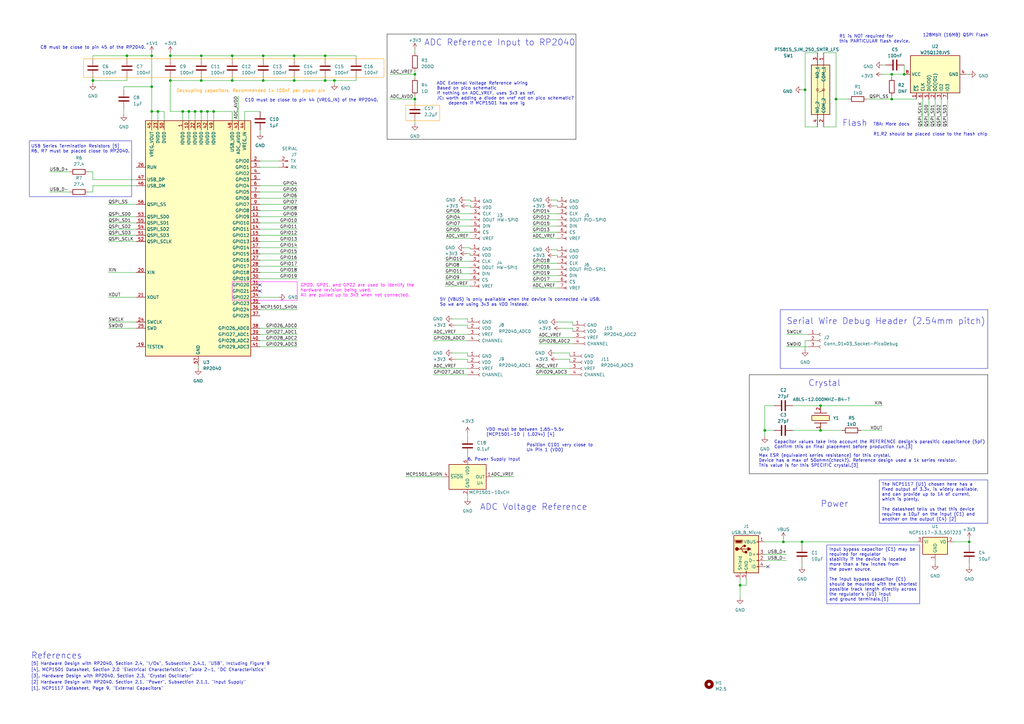
<source format=kicad_sch>
(kicad_sch (version 20230121) (generator eeschema)
  (paper "A3")
  (lib_symbols
    (symbol "ABLS-12.000MHZ-B4-T:ABLS-12.000MHZ-B4-T" (pin_names hide)
      (property "Reference" "Y" (at 8.89 6.35 0))
      (property "Value" "ABLS-12.000MHZ-B4-T" (at 8.89 3.81 0))
      (symbol "ABLS-12.000MHZ-B4-T_1_1"
        (pin passive line (at 0 0 0) (length 2.54) (name "1") (number "1"))
        (pin passive line (at 10.16 0 180) (length 2.54) (name "2") (number "2"))
      )
    )
    (symbol "Connector:Conn_01x03_Socket" (pin_names (offset 1.016) hide)
      (property "Reference" "J" (at 0 5.08 0))
      (property "Value" "Conn_01x03_Socket" (at 0 -5.08 0))
      (symbol "Conn_01x03_Socket_1_1"
        (pin passive line (at -5.08 2.54 0) (length 3.81) (name "Pin_1") (number "1"))
        (pin passive line (at -5.08 0 0) (length 3.81) (name "Pin_2") (number "2"))
        (pin passive line (at -5.08 -2.54 0) (length 3.81) (name "Pin_3") (number "3"))
      )
    )
    (symbol "Connector:USB_B_Micro" (pin_names (offset 1.016))
      (property "Reference" "J" (at -5.08 11.43 0))
      (property "Value" "USB_B_Micro" (at -5.08 8.89 0))
      (symbol "USB_B_Micro_1_1"
        (pin power_out line (at 7.62 5.08 180) (length 2.54) (name "VBUS") (number "1"))
        (pin bidirectional line (at 7.62 -2.54 180) (length 2.54) (name "D-") (number "2"))
        (pin bidirectional line (at 7.62 0 180) (length 2.54) (name "D+") (number "3"))
        (pin passive line (at 7.62 -5.08 180) (length 2.54) (name "ID") (number "4"))
        (pin power_out line (at 0 -10.16 90) (length 2.54) (name "GND") (number "5"))
        (pin passive line (at -2.54 -10.16 90) (length 2.54) (name "Shield") (number "6"))
      )
    )
    (symbol "Device:C" (pin_numbers hide) (pin_names (offset 0.254))
      (property "Reference" "C" (at 0.635 2.54 0))
      (property "Value" "C" (at 0.635 -2.54 0))
      (symbol "C_1_1"
        (pin passive line (at 0 3.81 270) (length 2.794) (name "~") (number "1"))
        (pin passive line (at 0 -3.81 90) (length 2.794) (name "~") (number "2"))
      )
    )
    (symbol "Device:R" (pin_numbers hide) (pin_names (offset 0))
      (property "Reference" "R" (at 2.032 0 90))
      (property "Value" "R" (at 0 0 90))
      (symbol "R_1_1"
        (pin passive line (at 0 3.81 270) (length 1.27) (name "~") (number "1"))
        (pin passive line (at 0 -3.81 90) (length 1.27) (name "~") (number "2"))
      )
    )
    (symbol "Genoswitch_Custom:GS_ADC_Channel_Socket" (pin_names (offset 2.016))
      (property "Reference" "J" (at 0 5.08 0))
      (property "Value" "Conn_01x04_Socket" (at 0 -7.62 0))
      (symbol "GS_ADC_Channel_Socket_1_1"
        (pin passive line (at -5.08 2.54 0) (length 3.81) (name "GND") (number "1"))
        (pin passive line (at -5.08 0 0) (length 3.81) (name "VDD") (number "2"))
        (pin passive line (at -5.08 -2.54 0) (length 3.81) (name "VREF") (number "3"))
        (pin passive line (at -5.08 -5.08 0) (length 3.81) (name "CHANNEL") (number "4"))
      )
    )
    (symbol "Genoswitch_Custom:GS_ADC_Socket" (pin_names (offset 1.016))
      (property "Reference" "J3" (at 8.89 5.08 0))
      (property "Value" "GS_ADC_Socket" (at 8.89 7.62 0))
      (symbol "GS_ADC_Socket_1_1"
        (pin passive line (at -3.81 7.62 0) (length 3.81) (name "GND") (number "1"))
        (pin passive line (at -3.81 5.08 0) (length 3.81) (name "VDD") (number "2"))
        (pin passive line (at -3.81 2.54 0) (length 3.81) (name "CLK") (number "3"))
        (pin passive line (at -3.81 0 0) (length 3.81) (name "DOUT") (number "4"))
        (pin passive line (at -3.81 -2.54 0) (length 3.81) (name "DIN") (number "5"))
        (pin passive line (at -3.81 -5.08 0) (length 3.81) (name "CS") (number "6"))
        (pin passive line (at -3.81 -7.62 0) (length 3.81) (name "VREF") (number "7"))
      )
    )
    (symbol "Genoswitch_Custom:Serial_THT" (pin_names (offset 1.016))
      (property "Reference" "J7" (at -1.27 5.08 0))
      (property "Value" "SERIAL" (at 2.54 2.54 0))
      (symbol "Serial_THT_1_1"
        (pin passive line (at 3.81 0 180) (length 3.81) (name "RX") (number "1"))
        (pin passive line (at 3.81 -2.54 180) (length 3.81) (name "TX") (number "2"))
      )
    )
    (symbol "MCU_RaspberryPi_Custom:RP2040"
      (property "Reference" "U" (at 0 11.43 0))
      (property "Value" "RP2040" (at 0 8.89 0))
      (symbol "RP2040_1_1"
        (pin power_in line (at -6.35 54.61 270) (length 3.81) (name "IOVDD") (number "1"))
        (pin power_in line (at -3.81 54.61 270) (length 3.81) (name "IOVDD") (number "10"))
        (pin bidirectional line (at 25.4 17.78 180) (length 3.81) (name "GPIO8") (number "11"))
        (pin bidirectional line (at 25.4 15.24 180) (length 3.81) (name "GPIO9") (number "12"))
        (pin bidirectional line (at 25.4 12.7 180) (length 3.81) (name "GPIO10") (number "13"))
        (pin bidirectional line (at 25.4 10.16 180) (length 3.81) (name "GPIO11") (number "14"))
        (pin bidirectional line (at 25.4 7.62 180) (length 3.81) (name "GPIO12") (number "15"))
        (pin bidirectional line (at 25.4 5.08 180) (length 3.81) (name "GPIO13") (number "16"))
        (pin bidirectional line (at 25.4 2.54 180) (length 3.81) (name "GPIO14") (number "17"))
        (pin bidirectional line (at 25.4 0 180) (length 3.81) (name "GPIO15") (number "18"))
        (pin input line (at -25.4 -38.1 0) (length 3.81) (name "TESTEN") (number "19"))
        (pin bidirectional line (at 25.4 38.1 180) (length 3.81) (name "GPIO0") (number "2"))
        (pin input line (at -25.4 -7.62 0) (length 3.81) (name "XIN") (number "20"))
        (pin passive line (at -25.4 -17.78 0) (length 3.81) (name "XOUT") (number "21"))
        (pin power_in line (at -1.27 54.61 270) (length 3.81) (name "IOVDD") (number "22"))
        (pin power_in line (at -16.51 54.61 270) (length 3.81) (name "DVDD") (number "23"))
        (pin input line (at -25.4 -27.94 0) (length 3.81) (name "SWCLK") (number "24"))
        (pin bidirectional line (at -25.4 -30.48 0) (length 3.81) (name "SWD") (number "25"))
        (pin input line (at -25.4 35.56 0) (length 3.81) (name "RUN") (number "26"))
        (pin bidirectional line (at 25.4 -2.54 180) (length 3.81) (name "GPIO16") (number "27"))
        (pin bidirectional line (at 25.4 -5.08 180) (length 3.81) (name "GPIO17") (number "28"))
        (pin bidirectional line (at 25.4 -7.62 180) (length 3.81) (name "GPIO18") (number "29"))
        (pin bidirectional line (at 25.4 35.56 180) (length 3.81) (name "GPIO1") (number "3"))
        (pin bidirectional line (at 25.4 -10.16 180) (length 3.81) (name "GPIO19") (number "30"))
        (pin bidirectional line (at 25.4 -12.7 180) (length 3.81) (name "GPIO20") (number "31"))
        (pin bidirectional line (at 25.4 -15.24 180) (length 3.81) (name "GPIO21") (number "32"))
        (pin power_in line (at 1.27 54.61 270) (length 3.81) (name "IOVDD") (number "33"))
        (pin bidirectional line (at 25.4 -17.78 180) (length 3.81) (name "GPIO22") (number "34"))
        (pin bidirectional line (at 25.4 -20.32 180) (length 3.81) (name "GPIO23") (number "35"))
        (pin bidirectional line (at 25.4 -22.86 180) (length 3.81) (name "GPIO24") (number "36"))
        (pin bidirectional line (at 25.4 -25.4 180) (length 3.81) (name "GPIO25") (number "37"))
        (pin bidirectional line (at 25.4 -30.48 180) (length 3.81) (name "GPIO26_ADC0") (number "38"))
        (pin bidirectional line (at 25.4 -33.02 180) (length 3.81) (name "GPIO27_ADC1") (number "39"))
        (pin bidirectional line (at 25.4 33.02 180) (length 3.81) (name "GPIO2") (number "4"))
        (pin bidirectional line (at 25.4 -35.56 180) (length 3.81) (name "GPIO28_ADC2") (number "40"))
        (pin bidirectional line (at 25.4 -38.1 180) (length 3.81) (name "GPIO29_ADC3") (number "41"))
        (pin power_in line (at 3.81 54.61 270) (length 3.81) (name "IOVDD") (number "42"))
        (pin power_in line (at 16.51 54.61 270) (length 3.81) (name "ADC_AVDD") (number "43"))
        (pin power_in line (at 19.05 54.61 270) (length 3.81) (name "VREG_IN") (number "44"))
        (pin power_out line (at -19.05 54.61 270) (length 3.81) (name "VREG_VOUT") (number "45"))
        (pin bidirectional line (at -25.4 27.94 0) (length 3.81) (name "USB_DM") (number "46"))
        (pin bidirectional line (at -25.4 30.48 0) (length 3.81) (name "USB_DP") (number "47"))
        (pin power_in line (at 13.97 54.61 270) (length 3.81) (name "USB_VDD") (number "48"))
        (pin power_in line (at 6.35 54.61 270) (length 3.81) (name "IOVDD") (number "49"))
        (pin bidirectional line (at 25.4 30.48 180) (length 3.81) (name "GPIO3") (number "5"))
        (pin power_in line (at -13.97 54.61 270) (length 3.81) (name "DVDD") (number "50"))
        (pin bidirectional line (at -25.4 7.62 0) (length 3.81) (name "QSPI_SD3") (number "51"))
        (pin output line (at -25.4 5.08 0) (length 3.81) (name "QSPI_SCLK") (number "52"))
        (pin bidirectional line (at -25.4 15.24 0) (length 3.81) (name "QSPI_SD0") (number "53"))
        (pin bidirectional line (at -25.4 10.16 0) (length 3.81) (name "QSPI_SD2") (number "54"))
        (pin bidirectional line (at -25.4 12.7 0) (length 3.81) (name "QSPI_SD1") (number "55"))
        (pin bidirectional line (at -25.4 20.32 0) (length 3.81) (name "QSPI_SS") (number "56"))
        (pin power_in line (at 0 -45.72 90) (length 3.81) (name "GND") (number "57"))
        (pin bidirectional line (at 25.4 27.94 180) (length 3.81) (name "GPIO4") (number "6"))
        (pin bidirectional line (at 25.4 25.4 180) (length 3.81) (name "GPIO5") (number "7"))
        (pin bidirectional line (at 25.4 22.86 180) (length 3.81) (name "GPIO6") (number "8"))
        (pin bidirectional line (at 25.4 20.32 180) (length 3.81) (name "GPIO7") (number "9"))
      )
    )
    (symbol "Mechanical:MountingHole" (pin_names (offset 1.016))
      (property "Reference" "H" (at 0 5.08 0))
      (property "Value" "MountingHole" (at 0 3.175 0))
    )
    (symbol "Memory_Flash:W25Q128JVS"
      (property "Reference" "U" (at -8.89 8.89 0))
      (property "Value" "W25Q128JVS" (at 7.62 8.89 0))
      (symbol "W25Q128JVS_1_1"
        (pin input line (at -10.16 7.62 0) (length 2.54) (name "~{CS}") (number "1"))
        (pin bidirectional line (at -10.16 0 0) (length 2.54) (name "DO(IO1)") (number "2"))
        (pin bidirectional line (at -10.16 -2.54 0) (length 2.54) (name "IO2") (number "3"))
        (pin power_in line (at 0 -12.7 90) (length 2.54) (name "GND") (number "4"))
        (pin bidirectional line (at -10.16 2.54 0) (length 2.54) (name "DI(IO0)") (number "5"))
        (pin input line (at -10.16 5.08 0) (length 2.54) (name "CLK") (number "6"))
        (pin bidirectional line (at -10.16 -5.08 0) (length 2.54) (name "IO3") (number "7"))
        (pin power_in line (at 0 12.7 270) (length 2.54) (name "VCC") (number "8"))
      )
    )
    (symbol "PTS815_SJM_250_SMTR_LFS:PTS815_SJM_250_SMTR_LFS"
      (property "Reference" "SW1" (at 15.24 7.62 0))
      (property "Value" "PTS815_SJM_250_SMTR_LFS" (at 15.24 5.08 0))
      (symbol "PTS815_SJM_250_SMTR_LFS_0_0"
        (text "" (at -3.81 7.62 0) (effects (font (size 1.27 1.27))))
      )
      (symbol "PTS815_SJM_250_SMTR_LFS_1_1"
        (pin passive line (at 0 0 0) (length 5.08) (name "COM_1") (number "1"))
        (pin passive line (at 30.48 0 180) (length 5.08) (name "COM_2") (number "2"))
        (pin passive line (at 0 -2.54 0) (length 5.08) (name "NO_1") (number "3"))
        (pin passive line (at 30.48 -2.54 180) (length 5.08) (name "NO_2") (number "4"))
      )
    )
    (symbol "Reference_Voltage:MCP1501-10xCH"
      (property "Reference" "U" (at -6.35 6.35 0))
      (property "Value" "MCP1501-10xCH" (at 10.16 6.35 0))
      (symbol "MCP1501-10xCH_0_0"
        (pin power_out line (at 10.16 0 180) (length 2.54) (name "OUT") (number "1"))
        (pin power_in line (at 0 -7.62 90) (length 2.54) (name "GND") (number "2"))
        (pin passive line (at 0 -7.62 90) (length 2.54) hide (name "GND") (number "3"))
        (pin input line (at -10.16 0 0) (length 2.54) (name "~{SHDN}") (number "4"))
        (pin passive line (at 0 -7.62 90) (length 2.54) hide (name "GND") (number "5"))
        (pin power_in line (at 0 7.62 270) (length 2.54) (name "VDD") (number "6"))
      )
    )
    (symbol "Regulator_Linear:NCP1117-3.3_SOT223"
      (property "Reference" "U" (at -3.81 3.175 0))
      (property "Value" "NCP1117-3.3_SOT223" (at 0 3.175 0))
      (symbol "NCP1117-3.3_SOT223_1_1"
        (pin power_in line (at 0 -7.62 90) (length 2.54) (name "GND") (number "1"))
        (pin power_out line (at 7.62 0 180) (length 2.54) (name "VO") (number "2"))
        (pin power_in line (at -7.62 0 0) (length 2.54) (name "VI") (number "3"))
      )
    )
    (symbol "power:+1V1" (power) (pin_names (offset 0))
      (property "Value" "+1V1" (at 0 3.556 0))
      (symbol "+1V1_1_1"
        (pin power_in line (at 0 0 90) (length 0) hide (name "+1V1") (number "1"))
      )
    )
    (symbol "power:+3V3" (power) (pin_names (offset 0))
      (property "Value" "+3V3" (at 0 3.556 0))
      (symbol "+3V3_1_1"
        (pin power_in line (at 0 0 90) (length 0) hide (name "+3V3") (number "1"))
      )
    )
    (symbol "power:GND" (power) (pin_names (offset 0))
      (property "Value" "GND" (at 0 -3.81 0))
      (symbol "GND_1_1"
        (pin power_in line (at 0 0 270) (length 0) hide (name "GND") (number "1"))
      )
    )
    (symbol "power:VBUS" (power) (pin_names (offset 0))
      (property "Value" "VBUS" (at 0 3.81 0))
      (symbol "VBUS_1_1"
        (pin power_in line (at 0 0 90) (length 0) hide (name "VBUS") (number "1"))
      )
    )
  )
  (junction (at 62.23 35.56))
  (junction (at 62.23 45.72))
  (junction (at 365.76 30.48))
  (junction (at 62.23 22.86))
  (junction (at 95.25 33.02))
  (junction (at 85.09 45.72))
  (junction (at 170.18 30.48))
  (junction (at 82.55 22.86))
  (junction (at 95.25 22.86))
  (junction (at 137.16 33.02))
  (junction (at 77.47 45.72))
  (junction (at 74.93 45.72))
  (junction (at 133.35 33.02))
  (junction (at 80.01 45.72))
  (junction (at 330.2 36.83))
  (junction (at 313.69 176.53))
  (junction (at 52.07 22.86))
  (junction (at 170.18 40.64))
  (junction (at 87.63 45.72))
  (junction (at 38.1 33.02))
  (junction (at 328.93 222.25))
  (junction (at 336.55 166.37))
  (junction (at 82.55 45.72))
  (junction (at 303.53 240.03))
  (junction (at 336.55 176.53))
  (junction (at 69.85 33.02))
  (junction (at 107.95 33.02))
  (junction (at 120.65 33.02))
  (junction (at 370.84 30.48))
  (junction (at 342.9 40.64))
  (junction (at 365.76 40.64))
  (junction (at 64.77 45.72))
  (junction (at 321.31 222.25))
  (junction (at 82.55 33.02))
  (junction (at 69.85 22.86))
  (junction (at 120.65 22.86))
  (junction (at 133.35 22.86))
  (junction (at 107.95 22.86))
  (junction (at 397.51 222.25))
  (no_connect (at 314.96 232.41))
  (no_connect (at 106.68 119.38))
  (no_connect (at 106.68 116.84))
  (wire (pts (xy 227.33 104.775) (xy 228.6 104.775)))
  (wire (pts (xy 106.68 101.6) (xy 121.92 101.6)))
  (wire (pts (xy 381 40.64) (xy 381 52.07)))
  (wire (pts (xy 303.53 240.03) (xy 303.53 237.49)))
  (wire (pts (xy 106.68 99.06) (xy 121.92 99.06)))
  (wire (pts (xy 69.85 33.02) (xy 82.55 33.02)))
  (wire (pts (xy 146.05 33.02) (xy 137.16 33.02)))
  (wire (pts (xy 191.516 104.013) (xy 192.786 104.013)))
  (wire (pts (xy 106.68 114.3) (xy 121.92 114.3)))
  (wire (pts (xy 87.63 45.72) (xy 95.25 45.72)))
  (wire (pts (xy 191.77 177.8) (xy 191.77 179.07)))
  (wire (pts (xy 313.69 222.25) (xy 321.31 222.25)))
  (wire (pts (xy 337.82 52.07) (xy 342.9 52.07)))
  (wire (pts (xy 82.55 22.86) (xy 69.85 22.86)))
  (wire (pts (xy 218.44 118.11) (xy 228.6 118.11)))
  (wire (pts (xy 64.77 45.72) (xy 64.77 49.53)))
  (wire (pts (xy 133.35 22.86) (xy 133.35 24.13)))
  (wire (pts (xy 317.5 166.37) (xy 313.69 166.37)))
  (wire (pts (xy 69.85 22.86) (xy 69.85 24.13)))
  (wire (pts (xy 95.25 22.86) (xy 95.25 24.13)))
  (wire (pts (xy 95.25 33.02) (xy 82.55 33.02)))
  (wire (pts (xy 322.58 142.24) (xy 331.47 142.24)))
  (wire (pts (xy 218.44 87.63) (xy 228.6 87.63)))
  (wire (pts (xy 228.6 132.08) (xy 234.95 132.08)))
  (wire (pts (xy 182.88 90.17) (xy 193.04 90.17)))
  (wire (pts (xy 106.68 142.24) (xy 121.92 142.24)))
  (wire (pts (xy 182.626 114.808) (xy 192.786 114.808)))
  (wire (pts (xy 226.314 82.042) (xy 228.6 82.042)))
  (wire (pts (xy 186.69 133.35) (xy 191.77 133.35)))
  (wire (pts (xy 146.05 24.13) (xy 146.05 22.86)))
  (wire (pts (xy 166.37 195.58) (xy 181.61 195.58)))
  (wire (pts (xy 44.45 121.92) (xy 55.88 121.92)))
  (wire (pts (xy 44.45 132.08) (xy 55.88 132.08)))
  (wire (pts (xy 170.18 40.64) (xy 160.02 40.64)))
  (wire (pts (xy 191.77 84.455) (xy 193.04 84.455)))
  (wire (pts (xy 107.95 33.02) (xy 95.25 33.02)))
  (wire (pts (xy 330.2 52.07) (xy 335.28 52.07)))
  (wire (pts (xy 137.16 33.02) (xy 137.16 34.29)))
  (wire (pts (xy 52.07 22.86) (xy 62.23 22.86)))
  (wire (pts (xy 383.54 40.64) (xy 383.54 52.07)))
  (wire (pts (xy 365.76 31.75) (xy 365.76 30.48)))
  (wire (pts (xy 95.25 45.72) (xy 95.25 49.53)))
  (wire (pts (xy 218.44 92.71) (xy 228.6 92.71)))
  (wire (pts (xy 87.63 49.53) (xy 87.63 45.72)))
  (wire (pts (xy 74.93 49.53) (xy 74.93 45.72)))
  (wire (pts (xy 106.68 91.44) (xy 121.92 91.44)))
  (wire (pts (xy 391.16 222.25) (xy 397.51 222.25)))
  (wire (pts (xy 50.8 44.45) (xy 50.8 46.99)))
  (wire (pts (xy 106.68 76.2) (xy 121.92 76.2)))
  (wire (pts (xy 106.68 81.28) (xy 121.92 81.28)))
  (wire (pts (xy 62.23 35.56) (xy 62.23 45.72)))
  (wire (pts (xy 383.54 229.87) (xy 383.54 231.14)))
  (wire (pts (xy 74.93 45.72) (xy 77.47 45.72)))
  (wire (pts (xy 120.65 22.86) (xy 120.65 24.13)))
  (wire (pts (xy 106.68 134.62) (xy 121.92 134.62)))
  (wire (pts (xy 85.09 49.53) (xy 85.09 45.72)))
  (wire (pts (xy 20.32 78.74) (xy 28.575 78.74)))
  (wire (pts (xy 228.6 102.362) (xy 228.6 102.87)))
  (wire (pts (xy 82.55 49.53) (xy 82.55 45.72)))
  (wire (pts (xy 342.9 40.64) (xy 342.9 52.07)))
  (wire (pts (xy 38.1 76.2) (xy 55.88 76.2)))
  (wire (pts (xy 227.33 84.455) (xy 228.6 84.455)))
  (wire (pts (xy 182.626 117.348) (xy 192.786 117.348)))
  (wire (pts (xy 106.68 88.9) (xy 121.92 88.9)))
  (wire (pts (xy 322.58 137.16) (xy 331.47 137.16)))
  (wire (pts (xy 44.45 111.76) (xy 55.88 111.76)))
  (wire (pts (xy 55.88 73.66) (xy 38.1 73.66)))
  (wire (pts (xy 228.6 104.775) (xy 228.6 105.41)))
  (wire (pts (xy 120.65 22.86) (xy 107.95 22.86)))
  (wire (pts (xy 321.31 220.98) (xy 321.31 222.25)))
  (wire (pts (xy 177.8 151.13) (xy 191.77 151.13)))
  (wire (pts (xy 328.93 36.83) (xy 330.2 36.83)))
  (wire (pts (xy 317.5 176.53) (xy 313.69 176.53)))
  (wire (pts (xy 69.85 45.72) (xy 74.93 45.72)))
  (wire (pts (xy 44.45 83.82) (xy 55.88 83.82)))
  (wire (pts (xy 107.95 22.86) (xy 95.25 22.86)))
  (wire (pts (xy 375.92 40.64) (xy 365.76 40.64)))
  (wire (pts (xy 182.88 87.63) (xy 193.04 87.63)))
  (wire (pts (xy 170.18 49.53) (xy 170.18 50.8)))
  (wire (pts (xy 170.18 39.37) (xy 170.18 40.64)))
  (wire (pts (xy 228.6 82.042) (xy 228.6 82.55)))
  (wire (pts (xy 95.25 33.02) (xy 95.25 31.75)))
  (wire (pts (xy 353.06 176.53) (xy 361.95 176.53)))
  (wire (pts (xy 342.9 40.64) (xy 347.98 40.64)))
  (wire (pts (xy 193.04 82.042) (xy 193.04 82.55)))
  (wire (pts (xy 228.6 84.455) (xy 228.6 85.09)))
  (wire (pts (xy 55.88 88.9) (xy 44.45 88.9)))
  (wire (pts (xy 137.16 33.02) (xy 133.35 33.02)))
  (wire (pts (xy 80.01 49.53) (xy 80.01 45.72)))
  (wire (pts (xy 330.2 143.51) (xy 330.2 139.7)))
  (wire (pts (xy 170.18 30.48) (xy 170.18 31.75)))
  (wire (pts (xy 185.42 130.81) (xy 191.77 130.81)))
  (wire (pts (xy 106.68 104.14) (xy 121.92 104.14)))
  (wire (pts (xy 38.1 22.86) (xy 52.07 22.86)))
  (wire (pts (xy 55.88 96.52) (xy 44.45 96.52)))
  (wire (pts (xy 107.95 22.86) (xy 107.95 24.13)))
  (wire (pts (xy 100.33 45.72) (xy 106.68 45.72)))
  (wire (pts (xy 52.07 33.02) (xy 38.1 33.02)))
  (wire (pts (xy 69.85 33.02) (xy 69.85 31.75)))
  (wire (pts (xy 38.1 31.75) (xy 38.1 33.02)))
  (wire (pts (xy 38.1 73.66) (xy 38.1 70.485)))
  (wire (pts (xy 233.68 147.32) (xy 233.68 148.59)))
  (wire (pts (xy 218.44 107.95) (xy 228.6 107.95)))
  (wire (pts (xy 328.93 222.25) (xy 375.92 222.25)))
  (wire (pts (xy 186.69 147.32) (xy 191.77 147.32)))
  (wire (pts (xy 313.69 227.33) (xy 322.58 227.33)))
  (wire (pts (xy 133.35 33.02) (xy 120.65 33.02)))
  (wire (pts (xy 69.85 33.02) (xy 69.85 45.72)))
  (wire (pts (xy 182.88 95.25) (xy 193.04 95.25)))
  (wire (pts (xy 218.44 97.79) (xy 228.6 97.79)))
  (wire (pts (xy 44.45 134.62) (xy 55.88 134.62)))
  (wire (pts (xy 106.68 93.98) (xy 121.92 93.98)))
  (wire (pts (xy 20.32 70.485) (xy 28.575 70.485)))
  (wire (pts (xy 397.51 223.52) (xy 397.51 222.25)))
  (wire (pts (xy 342.9 21.59) (xy 342.9 40.64)))
  (wire (pts (xy 77.47 45.72) (xy 80.01 45.72)))
  (wire (pts (xy 365.76 39.37) (xy 365.76 40.64)))
  (wire (pts (xy 191.77 186.69) (xy 191.77 187.96)))
  (wire (pts (xy 106.68 78.74) (xy 121.92 78.74)))
  (wire (pts (xy 201.93 195.58) (xy 210.82 195.58)))
  (wire (pts (xy 314.96 232.41) (xy 313.69 232.41)))
  (wire (pts (xy 330.2 36.83) (xy 330.2 52.07)))
  (wire (pts (xy 325.12 176.53) (xy 336.55 176.53)))
  (wire (pts (xy 191.77 133.35) (xy 191.77 134.62)))
  (wire (pts (xy 370.84 26.67) (xy 370.84 30.48)))
  (wire (pts (xy 38.1 22.86) (xy 38.1 24.13)))
  (wire (pts (xy 313.69 166.37) (xy 313.69 176.53)))
  (wire (pts (xy 219.71 153.67) (xy 233.68 153.67)))
  (wire (pts (xy 62.23 45.72) (xy 64.77 45.72)))
  (wire (pts (xy 336.55 166.37) (xy 361.95 166.37)))
  (wire (pts (xy 120.65 33.02) (xy 120.65 31.75)))
  (wire (pts (xy 64.77 45.72) (xy 67.31 45.72)))
  (wire (pts (xy 55.88 93.98) (xy 44.45 93.98)))
  (wire (pts (xy 234.95 134.62) (xy 234.95 135.89)))
  (wire (pts (xy 36.195 78.74) (xy 38.1 78.74)))
  (wire (pts (xy 190.5 101.6) (xy 192.786 101.6)))
  (wire (pts (xy 106.68 96.52) (xy 121.92 96.52)))
  (wire (pts (xy 62.23 49.53) (xy 62.23 45.72)))
  (wire (pts (xy 328.93 223.52) (xy 328.93 222.25)))
  (wire (pts (xy 106.68 109.22) (xy 121.92 109.22)))
  (wire (pts (xy 62.23 22.86) (xy 62.23 35.56)))
  (wire (pts (xy 52.07 24.13) (xy 52.07 22.86)))
  (wire (pts (xy 82.55 22.86) (xy 82.55 24.13)))
  (wire (pts (xy 55.88 99.06) (xy 44.45 99.06)))
  (wire (pts (xy 120.65 33.02) (xy 107.95 33.02)))
  (wire (pts (xy 177.8 139.7) (xy 191.77 139.7)))
  (wire (pts (xy 106.68 127) (xy 121.92 127)))
  (wire (pts (xy 182.88 97.79) (xy 193.04 97.79)))
  (wire (pts (xy 218.44 113.03) (xy 228.6 113.03)))
  (wire (pts (xy 106.68 66.04) (xy 114.3 66.04)))
  (wire (pts (xy 82.55 33.02) (xy 82.55 31.75)))
  (wire (pts (xy 220.98 138.43) (xy 234.95 138.43)))
  (wire (pts (xy 325.12 166.37) (xy 336.55 166.37)))
  (wire (pts (xy 191.77 144.78) (xy 191.77 146.05)))
  (wire (pts (xy 182.626 112.268) (xy 192.786 112.268)))
  (wire (pts (xy 95.25 22.86) (xy 82.55 22.86)))
  (wire (pts (xy 335.28 21.59) (xy 330.2 21.59)))
  (wire (pts (xy 229.87 134.62) (xy 234.95 134.62)))
  (wire (pts (xy 306.07 240.03) (xy 303.53 240.03)))
  (wire (pts (xy 321.31 222.25) (xy 328.93 222.25)))
  (wire (pts (xy 133.35 22.86) (xy 120.65 22.86)))
  (wire (pts (xy 182.626 109.728) (xy 192.786 109.728)))
  (wire (pts (xy 361.95 26.67) (xy 363.22 26.67)))
  (wire (pts (xy 227.33 144.78) (xy 233.68 144.78)))
  (wire (pts (xy 106.68 121.92) (xy 114.3 121.92)))
  (wire (pts (xy 192.786 104.013) (xy 192.786 104.648)))
  (wire (pts (xy 226.314 102.362) (xy 228.6 102.362)))
  (wire (pts (xy 106.68 137.16) (xy 121.92 137.16)))
  (wire (pts (xy 313.69 229.87) (xy 322.58 229.87)))
  (wire (pts (xy 38.1 33.02) (xy 38.1 34.29)))
  (wire (pts (xy 193.04 84.455) (xy 193.04 85.09)))
  (wire (pts (xy 106.68 106.68) (xy 121.92 106.68)))
  (wire (pts (xy 365.76 30.48) (xy 370.84 30.48)))
  (wire (pts (xy 328.93 231.14) (xy 328.93 232.41)))
  (wire (pts (xy 170.18 29.21) (xy 170.18 30.48)))
  (wire (pts (xy 192.786 101.6) (xy 192.786 102.108)))
  (wire (pts (xy 306.07 237.49) (xy 306.07 240.03)))
  (wire (pts (xy 146.05 22.86) (xy 133.35 22.86)))
  (wire (pts (xy 355.6 40.64) (xy 365.76 40.64)))
  (wire (pts (xy 170.18 20.32) (xy 170.18 21.59)))
  (wire (pts (xy 133.35 33.02) (xy 133.35 31.75)))
  (wire (pts (xy 107.95 33.02) (xy 107.95 31.75)))
  (wire (pts (xy 106.68 111.76) (xy 121.92 111.76)))
  (wire (pts (xy 38.1 70.485) (xy 36.195 70.485)))
  (wire (pts (xy 388.62 40.64) (xy 388.62 52.07)))
  (wire (pts (xy 106.68 68.58) (xy 114.3 68.58)))
  (wire (pts (xy 218.44 95.25) (xy 228.6 95.25)))
  (wire (pts (xy 191.77 203.2) (xy 191.77 204.47)))
  (wire (pts (xy 185.42 144.78) (xy 191.77 144.78)))
  (wire (pts (xy 336.55 176.53) (xy 345.44 176.53)))
  (wire (pts (xy 67.31 49.53) (xy 67.31 45.72)))
  (wire (pts (xy 342.9 21.59) (xy 337.82 21.59)))
  (wire (pts (xy 219.71 151.13) (xy 233.68 151.13)))
  (wire (pts (xy 146.05 31.75) (xy 146.05 33.02)))
  (wire (pts (xy 38.1 78.74) (xy 38.1 76.2)))
  (wire (pts (xy 55.88 91.44) (xy 44.45 91.44)))
  (wire (pts (xy 106.68 139.7) (xy 121.92 139.7)))
  (wire (pts (xy 106.68 53.34) (xy 106.68 54.61)))
  (wire (pts (xy 330.2 139.7) (xy 331.47 139.7)))
  (wire (pts (xy 177.8 137.16) (xy 191.77 137.16)))
  (wire (pts (xy 106.68 86.36) (xy 121.92 86.36)))
  (wire (pts (xy 85.09 45.72) (xy 87.63 45.72)))
  (wire (pts (xy 100.33 49.53) (xy 100.33 45.72)))
  (wire (pts (xy 218.44 110.49) (xy 228.6 110.49)))
  (wire (pts (xy 50.8 36.83) (xy 50.8 35.56)))
  (wire (pts (xy 170.18 40.64) (xy 170.18 41.91)))
  (wire (pts (xy 386.08 40.64) (xy 386.08 52.07)))
  (wire (pts (xy 313.69 176.53) (xy 313.69 179.07)))
  (wire (pts (xy 81.28 149.86) (xy 81.28 151.13)))
  (wire (pts (xy 397.51 220.98) (xy 397.51 222.25)))
  (wire (pts (xy 303.53 240.03) (xy 303.53 245.11)))
  (wire (pts (xy 228.6 147.32) (xy 233.68 147.32)))
  (wire (pts (xy 77.47 49.53) (xy 77.47 45.72)))
  (wire (pts (xy 80.01 45.72) (xy 82.55 45.72)))
  (wire (pts (xy 182.626 107.188) (xy 192.786 107.188)))
  (wire (pts (xy 82.55 45.72) (xy 85.09 45.72)))
  (wire (pts (xy 361.95 30.48) (xy 365.76 30.48)))
  (wire (pts (xy 160.02 30.48) (xy 170.18 30.48)))
  (wire (pts (xy 191.77 130.81) (xy 191.77 132.08)))
  (wire (pts (xy 97.79 39.37) (xy 97.79 49.53)))
  (wire (pts (xy 69.85 21.59) (xy 69.85 22.86)))
  (wire (pts (xy 234.95 132.08) (xy 234.95 133.35)))
  (wire (pts (xy 218.44 90.17) (xy 228.6 90.17)))
  (wire (pts (xy 233.68 144.78) (xy 233.68 146.05)))
  (wire (pts (xy 50.8 35.56) (xy 62.23 35.56)))
  (wire (pts (xy 396.24 30.48) (xy 397.51 30.48)))
  (wire (pts (xy 220.98 140.97) (xy 234.95 140.97)))
  (wire (pts (xy 191.77 147.32) (xy 191.77 148.59)))
  (wire (pts (xy 177.8 153.67) (xy 191.77 153.67)))
  (wire (pts (xy 62.23 21.59) (xy 62.23 22.86)))
  (wire (pts (xy 397.51 232.41) (xy 397.51 231.14)))
  (wire (pts (xy 106.68 83.82) (xy 121.92 83.82)))
  (wire (pts (xy 190.754 82.042) (xy 193.04 82.042)))
  (wire (pts (xy 218.44 115.57) (xy 228.6 115.57)))
  (wire (pts (xy 52.07 33.02) (xy 52.07 31.75)))
  (wire (pts (xy 378.46 40.64) (xy 378.46 52.07)))
  (wire (pts (xy 182.88 92.71) (xy 193.04 92.71)))
  (wire (pts (xy 330.2 21.59) (xy 330.2 36.83)))
  (rectangle (start 320.04 127) (end 405.13 151.13))
  (rectangle (start 158.75 13.97) (end 236.22 57.15) (stroke (width 0) (color 0 0 0 1)))
  (rectangle (start 307.34 153.67) (end 405.13 194.31) (stroke (width 0) (color 0 0 0 1)))
  (rectangle (start 166.37 43.18) (end 180.34 49.53) (stroke (width 0) (color 255 153 0 1)))
  (rectangle (start 179.07 41.91) (end 179.07 41.91))
  (rectangle (start 95.25 115.57) (end 121.92 123.19) (stroke (width 0) (color 255 0 255 1)))
  (rectangle (start 34.29 24.13) (end 157.48 31.75) (stroke (width 0) (color 255 153 0 1)))
  (rectangle (start 12.065 57.785) (end 53.975 80.645))
  (text_box "The NCP1117 (U1) chosen here has a fixed output of 3.3v, is widely available, and can provide up to 1A of current, which is plenty.\n\nThe datasheet tells us that this device requires a 10μF on the input (C1) and another on the output (C4) [2]" (at 360.68 196.85 0) (size 44.45 17.78) (effects (font (size 1.27 1.27)) (justify left top)))
  (text_box "Input bypass capacitor (C1) may be required for regulator\nstability if the device is located more than a few inches from\nthe power source.\n\nThe input bypass capacitor (C1) should be mounted with the shortest\npossible track length directly across the regulator's (U1) input\nand ground terminals.[1]" (at 339.09 223.52 0) (size 38.1 24.13) (effects (font (size 1.27 1.27)) (justify left top)))
  (text "VDD must be between 1.65-5.5v\n(MCP1501-10 | 1.024v) [4]" (at 199.39 179.07 0) (effects (font (size 1.27 1.27)) (justify left bottom)))
  (text "6. Power Supply Input" (at 191.77 189.23 0) (effects (font (size 1.27 1.27)) (justify left bottom)))
  (text "5V (VBUS) is only available when the device is connected via USB.\nSo we are using 3v3 as VDD instead." (at 180.34 125.73 0) (effects (font (size 1.27 1.27)) (justify left bottom)))
  (text "[4]. MCP1501 Datasheet, Section 2.0 \"Electrical Characteristics\", Table 2-1, \"DC Characteristics\"" (at 12.7 275.59 0) (effects (font (size 1.27 1.27)) (justify left bottom)))
  (text "Position C101 very close to\nU4 Pin 1 (VDD)" (at 215.9 185.42 0) (effects (font (size 1.27 1.27)) (justify left bottom)))
  (text "[5] Hardware Design with RP2040, Section 2.4, \"I/Os\", Subsection 2.4.1, \"USB\", Including Figure 9" (at 12.7 273.05 0) (effects (font (size 1.27 1.27)) (justify left bottom)))
  (text "128Mbit (16MB) QSPI Flash" (at 378.46 15.24 0) (effects (font (size 1.27 1.27)) (justify left bottom)))
  (text "USB Series Termination Resistors [5]\nR6, R7 must be placed close to RP2040." (at 12.7 62.865 0) (effects (font (size 1.27 1.27)) (justify left bottom)))
  (text "[3]. Hardware Design with RP2040, Section 2.3. \"Crystal Oscillator\"" (at 12.7 278.13 0) (effects (font (size 1.27 1.27)) (justify left bottom)))
  (text "Decoupling capacitors. Recommended 1x 100nF per power pin" (at 72.39 38.1 0) (effects (font (size 1.27 1.27)) (justify left bottom)))
  (text "GP20, GP21, and GP22 are used to identify the\nhardware revision being used.\nAll are pulled up to 3v3 when not connected." (at 123.19 121.92 0) (effects (font (size 1.27 1.27)) (justify left bottom)))
  (text "Power" (at 336.55 208.28 0) (effects (font (size 2.54 2.54)) (justify left bottom)))
  (text "Serial Wire Debug Header (2.54mm pitch)" (at 322.58 133.35 0) (effects (font (size 2.54 2.54)) (justify left bottom)))
  (text "Crystal" (at 331.47 158.75 0) (effects (font (size 2.54 2.54)) (justify left bottom)))
  (text "R1 is NOT required for\nthis PARTICULAR flash device." (at 344.17 17.78 0) (effects (font (size 1.27 1.27)) (justify left bottom)))
  (text "[1]. NCP1117 Datasheet, Page 9, \"External Capacitors\"" (at 12.7 283.21 0) (effects (font (size 1.27 1.27)) (justify left bottom)))
  (text "ADC Voltage Reference" (at 196.85 209.55 0) (effects (font (size 2.54 2.54)) (justify left bottom)))
  (text "C10 must be close to pin 44 (VREG_IN) of the RP2040." (at 100.33 41.91 0) (effects (font (size 1.27 1.27)) (justify left bottom)))
  (text "ADC External Voltage Reference wiring\nBased on pico schematic\nIf nothing on ADC_VREF, uses 3v3 as ref.\nJC: worth adding a diode on vref not on pico schematic?\n	depends if MCP1501 has one ig" (at 179.07 43.18 0) (effects (font (size 1.27 1.27)) (justify left bottom)))
  (text "TBA: More docs\n\nR1,R2 should be placed close to the flash chip" (at 358.14 55.88 0) (effects (font (size 1.27 1.27)) (justify left bottom)))
  (text "C8 must be close to pin 45 of the RP2040." (at 16.51 20.32 0) (effects (font (size 1.27 1.27)) (justify left bottom)))
  (text "ADC Reference Input to RP2040" (at 173.99 19.05 0) (effects (font (size 2.54 2.54)) (justify left bottom)))
  (text "Capacitor values take into account the REFERENCE design's parasitic capacitance (5pF)\nConfirm this on final placement before production run.[3]" (at 317.5 184.15 0) (effects (font (size 1.27 1.27)) (justify left bottom)))
  (text "Max ESR (equivalent series resistance) for this crystal.\nDevice has a max of 50ohmn(check?). Reference design used a 1k series resistor.\nThis value is for this SPECIFIC crystal.[3]" (at 311.15 191.77 0) (effects (font (size 1.27 1.27)) (justify left bottom)))
  (text "Flash" (at 345.44 52.07 0) (effects (font (size 2.54 2.54)) (justify left bottom)))
  (text "[2] Hardware Design with RP2040, Section 2.1, \"Power\", Subsection 2.1.1, \"Input Supply\"" (at 12.7 280.67 0) (effects (font (size 1.27 1.27)) (justify left bottom)))
  (text "References" (at 12.7 270.51 0) (effects (font (size 2.54 2.54)) (justify left bottom)))
  (label "QSPI_SD1" (at 383.54 52.07 90))
  (label "ADC_AVDD" (at 97.79 39.37 270))
  (label "XIN" (at 44.45 111.76 0))
  (label "GPIO17" (at 218.44 115.57 0))
  (label "ADC_VREF" (at 210.82 195.58 180))
  (label "GPIO6" (at 182.88 87.63 0))
  (label "GPIO19" (at 121.92 114.3 180))
  (label "GPIO6" (at 121.92 81.28 180))
  (label "GPIO17" (at 121.92 109.22 180))
  (label "GPIO18" (at 121.92 111.76 180))
  (label "GPIO12" (at 218.44 90.17 0))
  (label "QSPI_SS" (at 364.49 40.64 180))
  (label "QSPI_SD1" (at 44.45 91.44 0))
  (label "QSPI_SD0" (at 381 52.07 90))
  (label "SWDIO" (at 44.45 134.62 0))
  (label "ADC_VREF" (at 218.44 97.79 0))
  (label "GPIO7" (at 121.92 83.82 180))
  (label "XOUT" (at 44.45 121.92 0))
  (label "USB_D+" (at 322.58 227.33 180))
  (label "ADC_VREF" (at 182.88 97.79 0))
  (label "GPIO5" (at 182.88 95.25 0))
  (label "ADC_VREF" (at 160.02 30.48 0))
  (label "GPIO7" (at 182.88 92.71 0))
  (label "MCP1501_SHDN" (at 121.92 127 180))
  (label "GPIO11" (at 182.626 112.268 0))
  (label "GPIO10" (at 182.626 107.188 0))
  (label "GPIO8" (at 121.92 86.36 180))
  (label "QSPI_SD0" (at 44.45 88.9 0))
  (label "GPIO26_ADC0" (at 177.8 139.7 0))
  (label "GPIO19" (at 218.44 113.03 0))
  (label "XIN" (at 361.95 166.37 180))
  (label "ADC_VREF" (at 219.71 151.13 0))
  (label "MCP1501_SHDN" (at 166.37 195.58 0))
  (label "GPIO18" (at 218.44 107.95 0))
  (label "QSPI_SCLK" (at 44.45 99.06 0))
  (label "GPIO9" (at 121.92 88.9 180))
  (label "QSPI_SD2" (at 386.08 52.07 90))
  (label "GPIO27_ADC1" (at 177.8 153.67 0))
  (label "GPIO29_ADC3" (at 219.71 153.67 0))
  (label "GPIO5" (at 121.92 78.74 180))
  (label "GPIO15" (at 121.92 104.14 180))
  (label "GPIO11" (at 121.92 93.98 180))
  (label "SWCLK" (at 44.45 132.08 0))
  (label "SWCLK" (at 322.58 137.16 0))
  (label "QSPI_SD3" (at 388.62 52.07 90))
  (label "ADC_AVDD" (at 160.02 40.64 0))
  (label "ADC_VREF" (at 177.8 151.13 0))
  (label "GPIO27_ADC1" (at 121.92 137.16 180))
  (label "QSPI_SD2" (at 44.45 93.98 0))
  (label "XOUT" (at 361.95 176.53 180))
  (label "GPIO10" (at 121.92 91.44 180))
  (label "GPIO26_ADC0" (at 121.92 134.62 180))
  (label "QSPI_SS" (at 44.45 83.82 0))
  (label "GPIO16" (at 218.44 110.49 0))
  (label "GPIO13" (at 121.92 99.06 180))
  (label "ADC_VREF" (at 182.626 117.348 0))
  (label "ADC_VREF" (at 220.98 138.43 0))
  (label "GPIO29_ADC3" (at 121.92 142.24 180))
  (label "GPIO4" (at 182.88 90.17 0))
  (label "USB_D+" (at 20.32 70.485 0))
  (label "ADC_VREF" (at 177.8 137.16 0))
  (label "ADC_VREF" (at 218.44 118.11 0))
  (label "GPIO14" (at 218.44 87.63 0))
  (label "SWDIO" (at 322.58 142.24 0))
  (label "GPIO15" (at 218.44 92.71 0))
  (label "GPIO13" (at 218.44 95.25 0))
  (label "QSPI_SCLK" (at 378.46 52.07 90))
  (label "GPIO9" (at 182.626 114.808 0))
  (label "GPIO16" (at 121.92 106.68 180))
  (label "GPIO28_ADC2" (at 220.98 140.97 0))
  (label "GPIO8" (at 182.626 109.728 0))
  (label "GPIO14" (at 121.92 101.6 180))
  (label "QSPI_SD3" (at 44.45 96.52 0))
  (label "USB_D-" (at 322.58 229.87 180))
  (label "GPIO12" (at 121.92 96.52 180))
  (label "USB_D-" (at 20.32 78.74 0))
  (label "GPIO28_ADC2" (at 121.92 139.7 180))
  (label "GPIO4" (at 121.92 76.2 180))
  (symbol (lib_id "Device:C") (at 69.85 27.94 0) (unit 1)
    (property "Reference" "C9" (at 73.66 27.305 0) (effects (justify left)))
    (property "Value" "100nF" (at 73.66 29.845 0) (effects (justify left)))
    (property "Footprint" "Capacitor_SMD:C_0201_0603Metric" (effects hide))
  )
  (symbol (lib_id "power:GND") (at 190.5 101.6 270) (unit 1)
    (property "Reference" "#PWR031" (effects hide))
    (property "Value" "GND" (at 186.69 101.6 90) (effects (justify right)))
  )
  (symbol (lib_id "Device:R") (at 170.18 25.4 0) (unit 1)
    (property "Reference" "R3" (at 172.72 24.765 0) (effects (justify left)))
    (property "Value" "200Ω" (at 172.72 27.305 0) (effects (justify left)))
    (property "Footprint" "Resistor_SMD:R_0201_0603Metric" (effects hide))
  )
  (symbol (lib_id "power:+3V3") (at 229.87 134.62 90) (unit 1)
    (property "Reference" "#PWR038" (effects hide))
    (property "Value" "+3V3" (at 226.06 134.62 90) (effects (justify left)))
  )
  (symbol (lib_id "ABLS-12.000MHZ-B4-T:ABLS-12.000MHZ-B4-T") (at 336.55 176.53 90) (unit 1)
    (property "Reference" "Y1" (at 341.63 171.45 90) (effects (justify right)))
    (property "Value" "ABLS-12.000MHZ-B4-T" (at 325.12 163.83 90) (effects (justify right)))
    (property "Footprint" "ABLS" (effects hide))
    (property "Datasheet" "https://abracon.com/Resonators/abls.pdf" (effects hide))
    (property "Mouser Part Number" "815-ABLS-12.0M-T" (effects hide))
    (property "Mouser Price/Stock" "https://www.mouser.co.uk/ProductDetail/ABRACON/ABLS-12.000MHZ-B4-T?qs=yTU0IcKoRlGSQ8ooxPPVnQ%3D%3D" (effects hide))
    (property "Manufacturer_Name" "ABRACON" (effects hide))
    (property "Manufacturer_Part_Number" "ABLS-12.000MHZ-B4-T" (effects hide))
  )
  (symbol (lib_id "power:GND") (at 328.93 36.83 270) (unit 1)
    (property "Reference" "#PWR016" (effects hide))
    (property "Value" "GND" (at 325.12 37.465 90) (effects (justify right)))
  )
  (symbol (lib_id "Genoswitch_Custom:GS_ADC_Channel_Socket") (at 196.85 148.59 0) (unit 1)
    (property "Reference" "J9" (at 204.47 147.32 0) (effects (justify left)))
    (property "Value" "RP2040_ADC1" (at 204.47 149.86 0) (effects (justify left)))
    (property "Footprint" "Connector_JST:JST_PH_S4B-PH-K_1x04_P2.00mm_Horizontal" (effects hide))
  )
  (symbol (lib_id "Device:C") (at 321.31 176.53 90) (unit 1)
    (property "Reference" "C3" (at 321.31 170.18 90))
    (property "Value" "27pF" (at 321.31 172.72 90))
    (property "Footprint" "Capacitor_SMD:C_0201_0603Metric" (effects hide))
  )
  (symbol (lib_id "Device:C") (at 367.03 26.67 90) (unit 1)
    (property "Reference" "C5" (at 367.03 20.32 90))
    (property "Value" "100nF" (at 367.03 22.86 90))
    (property "Footprint" "Capacitor_SMD:C_0201_0603Metric" (effects hide))
  )
  (symbol (lib_id "MCU_RaspberryPi_Custom:RP2040") (at 81.28 104.14 0) (unit 1)
    (property "Reference" "U3" (at 83.2359 148.59 0) (effects (justify left)))
    (property "Value" "RP2040" (at 83.2359 151.13 0) (effects (justify left)))
    (property "Footprint" "Package_DFN_QFN:QFN-56-1EP_7x7mm_P0.4mm_EP3.2x3.2mm" (effects hide))
    (property "Datasheet" "https://datasheets.raspberrypi.com/rp2040/rp2040-datasheet.pdf" (effects hide))
  )
  (symbol (lib_id "power:GND") (at 361.95 26.67 270) (unit 1)
    (property "Reference" "#PWR014" (effects hide))
    (property "Value" "GND" (at 358.14 27.305 90) (effects (justify right)))
  )
  (symbol (lib_id "power:+3V3") (at 170.18 20.32 0) (unit 1)
    (property "Reference" "#PWR020" (effects hide))
    (property "Value" "+3V3" (at 170.18 16.51 0))
  )
  (symbol (lib_id "Genoswitch_Custom:Serial_THT") (at 118.11 68.58 180) (unit 1)
    (property "Reference" "J7" (at 119.38 63.5 0) (effects (justify right)))
    (property "Value" "SERIAL" (at 115.57 60.96 0) (effects (justify right)))
    (property "Footprint" "Connector_PinHeader_2.54mm:PinHeader_1x02_P2.54mm_Vertical" (effects hide))
  )
  (symbol (lib_id "Genoswitch_Custom:GS_ADC_Channel_Socket") (at 240.03 135.89 0) (unit 1)
    (property "Reference" "J10" (at 247.65 134.62 0) (effects (justify left)))
    (property "Value" "RP2040_ADC2" (at 247.65 137.16 0) (effects (justify left)))
    (property "Footprint" "Connector_JST:JST_PH_S4B-PH-K_1x04_P2.00mm_Horizontal" (effects hide))
  )
  (symbol (lib_id "power:GND") (at 106.68 54.61 0) (unit 1)
    (property "Reference" "#PWR010" (effects hide))
    (property "Value" "GND" (at 106.68 59.69 0))
  )
  (symbol (lib_id "power:GND") (at 38.1 34.29 0) (unit 1)
    (property "Reference" "#PWR07" (effects hide))
    (property "Value" "GND" (at 38.1 39.37 0))
  )
  (symbol (lib_id "power:GND") (at 226.314 82.042 270) (unit 1)
    (property "Reference" "#PWR024" (effects hide))
    (property "Value" "GND" (at 222.504 82.042 90) (effects (justify right)))
  )
  (symbol (lib_id "Device:R") (at 170.18 35.56 0) (unit 1)
    (property "Reference" "R4" (at 172.72 34.925 0) (effects (justify left)))
    (property "Value" "1Ω" (at 172.72 37.465 0) (effects (justify left)))
    (property "Footprint" "Resistor_SMD:R_0201_0603Metric" (effects hide))
  )
  (symbol (lib_id "power:GND") (at 185.42 130.81 270) (unit 1)
    (property "Reference" "#PWR028" (effects hide))
    (property "Value" "GND" (at 181.61 130.81 90) (effects (justify right)))
  )
  (symbol (lib_id "Connector:USB_B_Micro") (at 306.07 227.33 0) (unit 1)
    (property "Reference" "J1" (at 306.07 215.9 0))
    (property "Value" "USB_B_Micro" (at 306.07 218.44 0))
    (property "Footprint" "Connector_USB:USB_Micro-B_Amphenol_10118193-0001LF_Horizontal" (effects hide))
  )
  (symbol (lib_id "Device:R") (at 349.25 176.53 90) (unit 1)
    (property "Reference" "R5" (at 349.25 171.45 90))
    (property "Value" "1kΩ" (at 349.25 173.99 90))
    (property "Footprint" "Resistor_SMD:R_0201_0603Metric" (effects hide))
  )
  (symbol (lib_id "power:+3V3") (at 397.51 220.98 0) (unit 1)
    (property "Reference" "#PWR05" (effects hide))
    (property "Value" "+3V3" (at 397.51 217.17 0))
  )
  (symbol (lib_id "power:GND") (at 313.69 179.07 0) (unit 1)
    (property "Reference" "#PWR017" (effects hide))
    (property "Value" "GND" (at 313.69 184.15 0))
  )
  (symbol (lib_id "Device:C") (at 107.95 27.94 0) (unit 1)
    (property "Reference" "C13" (at 111.76 27.305 0) (effects (justify left)))
    (property "Value" "100nF" (at 111.76 29.845 0) (effects (justify left)))
    (property "Footprint" "Capacitor_SMD:C_0201_0603Metric" (effects hide))
  )
  (symbol (lib_id "Device:C") (at 38.1 27.94 0) (unit 1)
    (property "Reference" "C6" (at 41.91 27.305 0) (effects (justify left)))
    (property "Value" "100nF" (at 41.91 29.845 0) (effects (justify left)))
    (property "Footprint" "Capacitor_SMD:C_0201_0603Metric" (effects hide))
  )
  (symbol (lib_id "Genoswitch_Custom:GS_ADC_Socket") (at 232.41 110.49 0) (unit 1)
    (property "Reference" "J6" (at 239.395 108.585 0) (effects (justify left)))
    (property "Value" "PIO-SPI1" (at 239.395 110.49 0) (effects (justify left)))
    (property "Footprint" "Connector_JST:JST_PH_S7B-PH-K_1x07_P2.00mm_Horizontal" (effects hide))
  )
  (symbol (lib_id "Device:R") (at 351.79 40.64 270) (unit 1)
    (property "Reference" "R1" (at 351.79 35.56 90))
    (property "Value" "1kΩ" (at 351.79 38.1 90))
    (property "Footprint" "Resistor_SMD:R_0201_0603Metric" (effects hide))
  )
  (symbol (lib_id "Device:C") (at 191.77 182.88 180) (unit 1)
    (property "Reference" "C18" (at 195.58 181.61 0) (effects (justify right)))
    (property "Value" "0.1uF" (at 195.58 184.15 0) (effects (justify right)))
    (property "Footprint" "Capacitor_SMD:C_0201_0603Metric" (effects hide))
  )
  (symbol (lib_id "power:GND") (at 303.53 245.11 0) (unit 1)
    (property "Reference" "#PWR04" (effects hide))
    (property "Value" "GND" (at 303.53 250.19 0))
  )
  (symbol (lib_id "power:VBUS") (at 321.31 220.98 0) (unit 1)
    (property "Reference" "#PWR01" (effects hide))
    (property "Value" "VBUS" (at 321.31 217.17 0))
  )
  (symbol (lib_id "power:GND") (at 114.3 121.92 90) (unit 1)
    (property "Reference" "#PWR030" (effects hide))
    (property "Value" "GND" (at 118.11 121.92 90) (effects (justify right)))
  )
  (symbol (lib_id "power:GND") (at 328.93 232.41 0) (unit 1)
    (property "Reference" "#PWR03" (effects hide))
    (property "Value" "GND" (at 328.93 237.49 0))
  )
  (symbol (lib_id "Device:C") (at 321.31 166.37 90) (unit 1)
    (property "Reference" "C2" (at 321.31 160.02 90))
    (property "Value" "27pF" (at 321.31 162.56 90))
    (property "Footprint" "Capacitor_SMD:C_0201_0603Metric" (effects hide))
  )
  (symbol (lib_id "power:GND") (at 228.6 132.08 270) (unit 1)
    (property "Reference" "#PWR037" (effects hide))
    (property "Value" "GND" (at 224.79 132.08 90) (effects (justify right)))
  )
  (symbol (lib_id "Device:R") (at 32.385 78.74 90) (unit 1)
    (property "Reference" "R7" (at 32.385 73.025 90))
    (property "Value" "27.4" (at 32.385 75.565 90))
    (property "Footprint" "Resistor_SMD:R_0201_0603Metric" (effects hide))
  )
  (symbol (lib_id "Connector:Conn_01x03_Socket") (at 336.55 139.7 0) (unit 1)
    (property "Reference" "J2" (at 337.82 138.43 0) (effects (justify left)))
    (property "Value" "Conn_01x03_Socket-PicoDebug" (at 337.82 140.97 0) (effects (justify left)))
    (property "Footprint" "Connector_PinHeader_2.54mm:PinHeader_1x03_P2.54mm_Vertical" (effects hide))
  )
  (symbol (lib_id "Device:C") (at 50.8 40.64 0) (unit 1)
    (property "Reference" "C8" (at 54.61 40.005 0) (effects (justify left)))
    (property "Value" "1μF" (at 54.61 42.545 0) (effects (justify left)))
    (property "Footprint" "Capacitor_SMD:C_0201_0603Metric" (effects hide))
  )
  (symbol (lib_id "Device:C") (at 170.18 45.72 0) (unit 1)
    (property "Reference" "C17" (at 173.99 44.45 0) (effects (justify left)))
    (property "Value" "2.2μF" (at 173.99 46.99 0) (effects (justify left)))
    (property "Footprint" "Capacitor_SMD:C_0201_0603Metric" (effects hide))
  )
  (symbol (lib_id "power:+3V3") (at 191.77 84.455 90) (unit 1)
    (property "Reference" "#PWR033" (effects hide))
    (property "Value" "+3V3" (at 187.96 84.455 90) (effects (justify left)))
  )
  (symbol (lib_id "power:+3V3") (at 191.77 177.8 0) (unit 1)
    (property "Reference" "#PWR019" (effects hide))
    (property "Value" "+3V3" (at 191.77 172.72 0))
  )
  (symbol (lib_id "power:+3V3") (at 228.6 147.32 90) (unit 1)
    (property "Reference" "#PWR040" (effects hide))
    (property "Value" "+3V3" (at 224.79 147.32 90) (effects (justify left)))
  )
  (symbol (lib_id "Genoswitch_Custom:GS_ADC_Channel_Socket") (at 196.85 134.62 0) (unit 1)
    (property "Reference" "J8" (at 204.47 133.35 0) (effects (justify left)))
    (property "Value" "RP2040_ADC0" (at 204.47 135.89 0) (effects (justify left)))
    (property "Footprint" "Connector_JST:JST_PH_S4B-PH-K_1x04_P2.00mm_Horizontal" (effects hide))
  )
  (symbol (lib_id "Device:R") (at 32.385 70.485 90) (unit 1)
    (property "Reference" "R6" (at 32.385 64.77 90))
    (property "Value" "27.4" (at 32.385 67.31 90))
    (property "Footprint" "Resistor_SMD:R_0201_0603Metric" (effects hide))
  )
  (symbol (lib_id "power:GND") (at 397.51 30.48 90) (unit 1)
    (property "Reference" "#PWR013" (effects hide))
    (property "Value" "GND" (at 401.32 31.115 90) (effects (justify right)))
  )
  (symbol (lib_id "Device:C") (at 52.07 27.94 0) (unit 1)
    (property "Reference" "C7" (at 55.88 27.305 0) (effects (justify left)))
    (property "Value" "100nF" (at 55.88 29.845 0) (effects (justify left)))
    (property "Footprint" "Capacitor_SMD:C_0201_0603Metric" (effects hide))
  )
  (symbol (lib_id "power:+3V3") (at 361.95 30.48 90) (unit 1)
    (property "Reference" "#PWR015" (effects hide))
    (property "Value" "+3V3" (at 358.14 31.115 90) (effects (justify left)))
  )
  (symbol (lib_id "Genoswitch_Custom:GS_ADC_Channel_Socket") (at 238.76 148.59 0) (unit 1)
    (property "Reference" "J11" (at 246.38 147.32 0) (effects (justify left)))
    (property "Value" "RP2040_ADC3" (at 246.38 149.86 0) (effects (justify left)))
    (property "Footprint" "Connector_JST:JST_PH_S4B-PH-K_1x04_P2.00mm_Horizontal" (effects hide))
  )
  (symbol (lib_id "Device:C") (at 397.51 227.33 0) (unit 1)
    (property "Reference" "C4" (at 401.32 226.695 0) (effects (justify left)))
    (property "Value" "10μF" (at 401.32 229.235 0) (effects (justify left)))
    (property "Footprint" "Capacitor_SMD:C_0201_0603Metric" (effects hide))
  )
  (symbol (lib_id "Device:C") (at 106.68 49.53 0) (unit 1)
    (property "Reference" "C10" (at 110.49 48.895 0) (effects (justify left)))
    (property "Value" "1μF" (at 110.49 51.435 0) (effects (justify left)))
    (property "Footprint" "Capacitor_SMD:C_0201_0603Metric" (effects hide))
  )
  (symbol (lib_id "power:GND") (at 226.314 102.362 270) (unit 1)
    (property "Reference" "#PWR026" (effects hide))
    (property "Value" "GND" (at 222.504 102.362 90) (effects (justify right)))
  )
  (symbol (lib_id "power:GND") (at 191.77 204.47 0) (unit 1)
    (property "Reference" "#PWR018" (effects hide))
    (property "Value" "GND" (at 191.77 209.55 0))
  )
  (symbol (lib_id "power:GND") (at 383.54 231.14 0) (unit 1)
    (property "Reference" "#PWR02" (effects hide))
    (property "Value" "GND" (at 383.54 236.22 0))
  )
  (symbol (lib_id "power:GND") (at 397.51 232.41 0) (unit 1)
    (property "Reference" "#PWR06" (effects hide))
    (property "Value" "GND" (at 397.51 237.49 0))
  )
  (symbol (lib_id "Device:C") (at 120.65 27.94 0) (unit 1)
    (property "Reference" "C14" (at 124.46 27.305 0) (effects (justify left)))
    (property "Value" "100nF" (at 124.46 29.845 0) (effects (justify left)))
    (property "Footprint" "Capacitor_SMD:C_0201_0603Metric" (effects hide))
  )
  (symbol (lib_id "Device:C") (at 146.05 27.94 0) (unit 1)
    (property "Reference" "C16" (at 149.225 27.305 0) (effects (justify left)))
    (property "Value" "100nF" (at 149.225 29.845 0) (effects (justify left)))
    (property "Footprint" "Capacitor_SMD:C_0201_0603Metric" (effects hide))
  )
  (symbol (lib_id "Memory_Flash:W25Q128JVS") (at 383.54 30.48 90) (unit 1)
    (property "Reference" "U2" (at 383.54 19.05 90))
    (property "Value" "W25Q128JVS" (at 383.54 21.59 90))
    (property "Footprint" "Package_SO:SOIC-8_5.23x5.23mm_P1.27mm" (effects hide))
    (property "Datasheet" "http://www.winbond.com/resource-files/w25q128jv_dtr%20revc%2003272018%20plus.pdf" (effects hide))
  )
  (symbol (lib_id "Device:C") (at 95.25 27.94 0) (unit 1)
    (property "Reference" "C12" (at 99.06 27.305 0) (effects (justify left)))
    (property "Value" "100nF" (at 99.06 29.845 0) (effects (justify left)))
    (property "Footprint" "Capacitor_SMD:C_0201_0603Metric" (effects hide))
  )
  (symbol (lib_id "Device:C") (at 82.55 27.94 0) (unit 1)
    (property "Reference" "C11" (at 86.36 27.305 0) (effects (justify left)))
    (property "Value" "100nF" (at 86.36 29.845 0) (effects (justify left)))
    (property "Footprint" "Capacitor_SMD:C_0201_0603Metric" (effects hide))
  )
  (symbol (lib_id "power:GND") (at 185.42 144.78 270) (unit 1)
    (property "Reference" "#PWR035" (effects hide))
    (property "Value" "GND" (at 181.61 144.78 90) (effects (justify right)))
  )
  (symbol (lib_id "power:+3V3") (at 191.516 104.013 90) (unit 1)
    (property "Reference" "#PWR034" (effects hide))
    (property "Value" "+3V3" (at 187.706 104.013 90) (effects (justify left)))
  )
  (symbol (lib_id "power:GND") (at 227.33 144.78 270) (unit 1)
    (property "Reference" "#PWR039" (effects hide))
    (property "Value" "GND" (at 223.52 144.78 90) (effects (justify right)))
  )
  (symbol (lib_id "power:GND") (at 190.754 82.042 270) (unit 1)
    (property "Reference" "#PWR032" (effects hide))
    (property "Value" "GND" (at 186.944 82.042 90) (effects (justify right)))
  )
  (symbol (lib_id "Device:C") (at 328.93 227.33 0) (unit 1)
    (property "Reference" "C1" (at 332.74 226.695 0) (effects (justify left)))
    (property "Value" "10μF" (at 332.74 229.235 0) (effects (justify left)))
    (property "Footprint" "Capacitor_SMD:C_0201_0603Metric" (effects hide))
  )
  (symbol (lib_id "power:+3V3") (at 186.69 133.35 90) (unit 1)
    (property "Reference" "#PWR029" (effects hide))
    (property "Value" "+3V3" (at 182.88 133.35 90) (effects (justify left)))
  )
  (symbol (lib_id "power:GND") (at 170.18 50.8 0) (unit 1)
    (property "Reference" "#PWR021" (effects hide))
    (property "Value" "GND" (at 170.18 55.88 0))
  )
  (symbol (lib_id "Device:R") (at 365.76 35.56 180) (unit 1)
    (property "Reference" "R2" (at 368.3 34.925 0) (effects (justify right)))
    (property "Value" "DNF" (at 368.3 37.465 0) (effects (justify right)))
    (property "Footprint" "Resistor_SMD:R_0201_0603Metric" (effects hide))
  )
  (symbol (lib_id "Regulator_Linear:NCP1117-3.3_SOT223") (at 383.54 222.25 0) (unit 1)
    (property "Reference" "U1" (at 383.54 215.9 0))
    (property "Value" "NCP1117-3.3_SOT223" (at 383.54 218.44 0))
    (property "Footprint" "Package_TO_SOT_SMD:SOT-223-3_TabPin2" (effects hide))
    (property "Datasheet" "http://www.onsemi.com/pub_link/Collateral/NCP1117-D.PDF" (effects hide))
  )
  (symbol (lib_id "Reference_Voltage:MCP1501-10xCH") (at 191.77 195.58 0) (unit 1)
    (property "Reference" "U4" (at 196.85 198.12 0))
    (property "Value" "MCP1501-10xCH" (at 200.66 201.93 0))
    (property "Footprint" "Package_TO_SOT_SMD:SOT-23-6" (effects hide))
    (property "Datasheet" "http://ww1.microchip.com/downloads/en/DeviceDoc/20005474E.pdf" (effects hide))
  )
  (symbol (lib_id "power:GND") (at 137.16 34.29 0) (unit 1)
    (property "Reference" "#PWR011" (effects hide))
    (property "Value" "GND" (at 139.7 36.195 0) (effects (justify left)))
  )
  (symbol (lib_id "Genoswitch_Custom:GS_ADC_Socket") (at 196.85 90.17 0) (unit 1)
    (property "Reference" "J3" (at 203.835 88.265 0) (effects (justify left)))
    (property "Value" "HW-SPI0" (at 203.835 90.17 0) (effects (justify left)))
    (property "Footprint" "Connector_JST:JST_PH_S7B-PH-K_1x07_P2.00mm_Horizontal" (effects hide))
  )
  (symbol (lib_id "power:+3V3") (at 69.85 21.59 0) (unit 1)
    (property "Reference" "#PWR012" (effects hide))
    (property "Value" "+3V3" (at 69.85 17.78 0))
  )
  (symbol (lib_id "power:+3V3") (at 227.33 84.455 90) (unit 1)
    (property "Reference" "#PWR025" (effects hide))
    (property "Value" "+3V3" (at 223.52 84.455 90) (effects (justify left)))
  )
  (symbol (lib_id "PTS815_SJM_250_SMTR_LFS:PTS815_SJM_250_SMTR_LFS") (at 337.82 21.59 270) (unit 1)
    (property "Reference" "SW1" (at 321.31 22.86 90) (effects (justify left)))
    (property "Value" "PTS815_SJM_250_SMTR_LFS" (at 317.5 20.32 90) (effects (justify left)))
    (property "Footprint" "PTS815_SJM_250_SMTR_LFS:PTS815SJM250SMTRLFS" (effects hide))
    (property "Datasheet" "https://componentsearchengine.com/Datasheets/1/PTS815 SJM 250 SMTR LFS.pdf" (effects hide))
    (property "Height" "2.7" (effects hide))
    (property "Mouser Part Number" "611-PTS815SJM250SMTR" (effects hide))
    (property "Mouser Price/Stock" "https://www.mouser.co.uk/ProductDetail/CK/PTS815-SJM-250-SMTR-LFS?qs=ahcBuItHZ3xKWmfV%2F2E6bA%3D%3D" (effects hide))
    (property "Manufacturer_Name" "C & K COMPONENTS" (effects hide))
    (property "Manufacturer_Part_Number" "PTS815 SJM 250 SMTR LFS" (effects hide))
  )
  (symbol (lib_id "power:GND") (at 50.8 46.99 0) (unit 1)
    (property "Reference" "#PWR09" (effects hide))
    (property "Value" "GND" (at 50.8 52.07 0))
  )
  (symbol (lib_id "Genoswitch_Custom:GS_ADC_Socket") (at 232.41 90.17 0) (unit 1)
    (property "Reference" "J5" (at 239.395 88.265 0) (effects (justify left)))
    (property "Value" "PIO-SPI0" (at 239.395 90.17 0) (effects (justify left)))
    (property "Footprint" "Connector_JST:JST_PH_S7B-PH-K_1x07_P2.00mm_Horizontal" (effects hide))
  )
  (symbol (lib_id "power:+3V3") (at 227.33 104.775 90) (unit 1)
    (property "Reference" "#PWR027" (effects hide))
    (property "Value" "+3V3" (at 223.52 104.775 90) (effects (justify left)))
  )
  (symbol (lib_id "power:GND") (at 81.28 151.13 0) (unit 1)
    (property "Reference" "#PWR022" (effects hide))
    (property "Value" "GND" (at 81.28 156.21 0))
  )
  (symbol (lib_id "Device:C") (at 133.35 27.94 0) (unit 1)
    (property "Reference" "C15" (at 137.16 27.305 0) (effects (justify left)))
    (property "Value" "100nF" (at 137.16 29.845 0) (effects (justify left)))
    (property "Footprint" "Capacitor_SMD:C_0201_0603Metric" (effects hide))
  )
  (symbol (lib_id "Genoswitch_Custom:GS_ADC_Socket") (at 196.596 109.728 0) (unit 1)
    (property "Reference" "J4" (at 203.581 107.823 0) (effects (justify left)))
    (property "Value" "HW-SPI1" (at 203.581 109.728 0) (effects (justify left)))
    (property "Footprint" "Connector_JST:JST_PH_S7B-PH-K_1x07_P2.00mm_Horizontal" (effects hide))
  )
  (symbol (lib_id "Mechanical:MountingHole") (at 290.83 280.67 0) (unit 1)
    (property "Reference" "H1" (at 293.37 280.035 0) (effects (justify left)))
    (property "Value" "M2.5" (at 293.37 282.575 0) (effects (justify left)))
    (property "Footprint" "MountingHole:MountingHole_2.7mm_M2.5" (effects hide))
  )
  (symbol (lib_id "power:GND") (at 330.2 143.51 0) (unit 1)
    (property "Reference" "#PWR023" (effects hide))
    (property "Value" "GND" (at 330.2 148.59 0))
  )
  (symbol (lib_id "power:+3V3") (at 186.69 147.32 90) (unit 1)
    (property "Reference" "#PWR036" (effects hide))
    (property "Value" "+3V3" (at 182.88 147.32 90) (effects (justify left)))
  )
  (symbol (lib_id "power:+1V1") (at 62.23 21.59 0) (unit 1)
    (property "Reference" "#PWR08" (effects hide))
    (property "Value" "+1V1" (at 62.23 17.78 0))
  )
)
</source>
